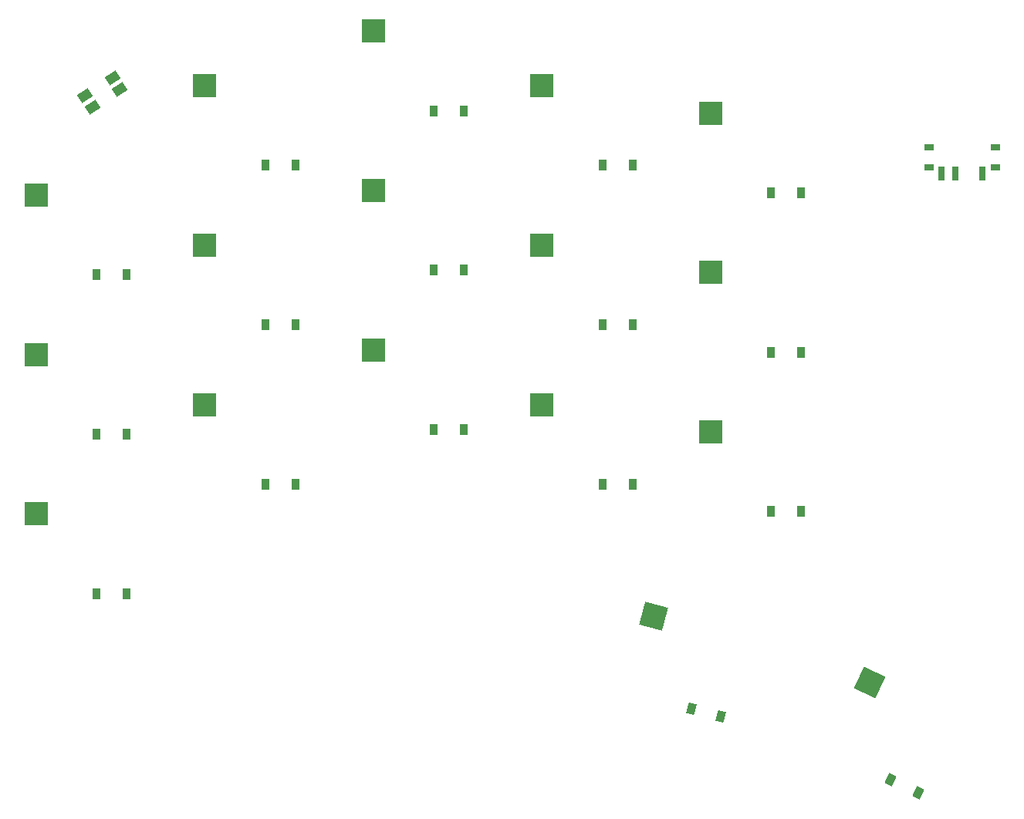
<source format=gbr>
%TF.GenerationSoftware,KiCad,Pcbnew,7.0.10*%
%TF.CreationDate,2024-01-16T00:43:54+02:00*%
%TF.ProjectId,snak_final,736e616b-5f66-4696-9e61-6c2e6b696361,0.1*%
%TF.SameCoordinates,Original*%
%TF.FileFunction,Paste,Top*%
%TF.FilePolarity,Positive*%
%FSLAX46Y46*%
G04 Gerber Fmt 4.6, Leading zero omitted, Abs format (unit mm)*
G04 Created by KiCad (PCBNEW 7.0.10) date 2024-01-16 00:43:54*
%MOMM*%
%LPD*%
G01*
G04 APERTURE LIST*
G04 Aperture macros list*
%AMRotRect*
0 Rectangle, with rotation*
0 The origin of the aperture is its center*
0 $1 length*
0 $2 width*
0 $3 Rotation angle, in degrees counterclockwise*
0 Add horizontal line*
21,1,$1,$2,0,0,$3*%
G04 Aperture macros list end*
%ADD10R,2.600000X2.600000*%
%ADD11RotRect,2.600000X2.600000X345.000000*%
%ADD12RotRect,2.600000X2.600000X335.000000*%
%ADD13R,0.900000X1.200000*%
%ADD14RotRect,0.900000X1.200000X345.000000*%
%ADD15RotRect,0.900000X1.200000X335.000000*%
%ADD16R,1.000000X0.800000*%
%ADD17R,0.700000X1.500000*%
%ADD18RotRect,1.400000X1.050000X213.000000*%
G04 APERTURE END LIST*
D10*
%TO.C,S1*%
X91725000Y-96250000D03*
%TD*%
%TO.C,S2*%
X91725000Y-78750000D03*
%TD*%
%TO.C,S3*%
X91725000Y-61250000D03*
%TD*%
%TO.C,S4*%
X110225000Y-84250000D03*
%TD*%
%TO.C,S5*%
X110225000Y-66750000D03*
%TD*%
%TO.C,S6*%
X110225000Y-49250000D03*
%TD*%
%TO.C,S7*%
X128725000Y-78250000D03*
%TD*%
%TO.C,S8*%
X128725000Y-60750000D03*
%TD*%
%TO.C,S9*%
X128725000Y-43250000D03*
%TD*%
%TO.C,S10*%
X147225000Y-84250000D03*
%TD*%
%TO.C,S11*%
X147225000Y-66750000D03*
%TD*%
%TO.C,S12*%
X147225000Y-49250000D03*
%TD*%
%TO.C,S13*%
X165725000Y-87250000D03*
%TD*%
%TO.C,S14*%
X165725000Y-69750000D03*
%TD*%
%TO.C,S15*%
X165725000Y-52250000D03*
%TD*%
D11*
%TO.C,S16*%
X159477535Y-107486051D03*
%TD*%
D12*
%TO.C,S17*%
X183184999Y-114739170D03*
%TD*%
D13*
%TO.C,D1*%
X101650000Y-105000000D03*
X98350000Y-105000000D03*
%TD*%
%TO.C,D2*%
X101650000Y-87500000D03*
X98350000Y-87500000D03*
%TD*%
%TO.C,D3*%
X101650000Y-70000000D03*
X98350000Y-70000000D03*
%TD*%
%TO.C,D4*%
X120150000Y-93000000D03*
X116850000Y-93000000D03*
%TD*%
%TO.C,D5*%
X120150000Y-75500000D03*
X116850000Y-75500000D03*
%TD*%
%TO.C,D6*%
X120150000Y-58000000D03*
X116850000Y-58000000D03*
%TD*%
%TO.C,D7*%
X138650000Y-87000000D03*
X135350000Y-87000000D03*
%TD*%
%TO.C,D8*%
X138650000Y-69500000D03*
X135350000Y-69500000D03*
%TD*%
%TO.C,D9*%
X138650000Y-52000000D03*
X135350000Y-52000000D03*
%TD*%
%TO.C,D10*%
X157150000Y-93000000D03*
X153850000Y-93000000D03*
%TD*%
%TO.C,D11*%
X157150000Y-75500000D03*
X153850000Y-75500000D03*
%TD*%
%TO.C,D12*%
X157150000Y-58000000D03*
X153850000Y-58000000D03*
%TD*%
%TO.C,D13*%
X175650000Y-96000000D03*
X172350000Y-96000000D03*
%TD*%
%TO.C,D14*%
X175650000Y-78500000D03*
X172350000Y-78500000D03*
%TD*%
%TO.C,D15*%
X175650000Y-61000000D03*
X172350000Y-61000000D03*
%TD*%
D14*
%TO.C,D16*%
X166799683Y-118506680D03*
X163612127Y-117652578D03*
%TD*%
D15*
%TO.C,D17*%
X188482194Y-126863849D03*
X185491378Y-125469209D03*
%TD*%
D16*
%TO.C,SW1*%
X196950000Y-56025000D03*
D17*
X191050000Y-58885000D03*
X192550000Y-58885000D03*
X195550000Y-58885000D03*
D16*
X196950000Y-58235000D03*
X189650000Y-58235000D03*
X189650000Y-56025000D03*
%TD*%
D18*
%TO.C,SW2*%
X100117467Y-48415807D03*
X97098253Y-50376507D03*
X100901747Y-49623493D03*
X97882533Y-51584193D03*
%TD*%
M02*

</source>
